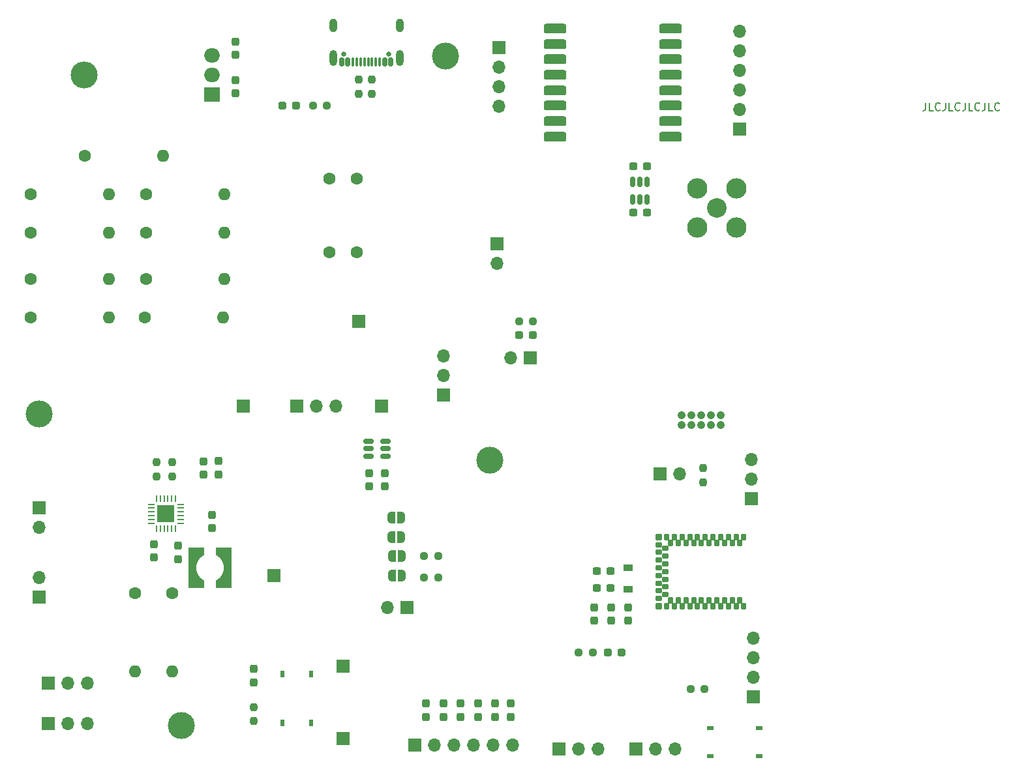
<source format=gts>
G04 #@! TF.GenerationSoftware,KiCad,Pcbnew,8.0.2-8.0.2-0~ubuntu20.04.1*
G04 #@! TF.CreationDate,2024-05-16T16:26:20-07:00*
G04 #@! TF.ProjectId,cpm_proj,63706d5f-7072-46f6-9a2e-6b696361645f,rev?*
G04 #@! TF.SameCoordinates,Original*
G04 #@! TF.FileFunction,Soldermask,Top*
G04 #@! TF.FilePolarity,Negative*
%FSLAX46Y46*%
G04 Gerber Fmt 4.6, Leading zero omitted, Abs format (unit mm)*
G04 Created by KiCad (PCBNEW 8.0.2-8.0.2-0~ubuntu20.04.1) date 2024-05-16 16:26:20*
%MOMM*%
%LPD*%
G01*
G04 APERTURE LIST*
G04 Aperture macros list*
%AMRoundRect*
0 Rectangle with rounded corners*
0 $1 Rounding radius*
0 $2 $3 $4 $5 $6 $7 $8 $9 X,Y pos of 4 corners*
0 Add a 4 corners polygon primitive as box body*
4,1,4,$2,$3,$4,$5,$6,$7,$8,$9,$2,$3,0*
0 Add four circle primitives for the rounded corners*
1,1,$1+$1,$2,$3*
1,1,$1+$1,$4,$5*
1,1,$1+$1,$6,$7*
1,1,$1+$1,$8,$9*
0 Add four rect primitives between the rounded corners*
20,1,$1+$1,$2,$3,$4,$5,0*
20,1,$1+$1,$4,$5,$6,$7,0*
20,1,$1+$1,$6,$7,$8,$9,0*
20,1,$1+$1,$8,$9,$2,$3,0*%
%AMFreePoly0*
4,1,19,0.000000,0.744911,0.071157,0.744911,0.207708,0.704816,0.327430,0.627875,0.420627,0.520320,0.479746,0.390866,0.500000,0.250000,0.500000,-0.250000,0.479746,-0.390866,0.420627,-0.520320,0.327430,-0.627875,0.207708,-0.704816,0.071157,-0.744911,0.000000,-0.744911,0.000000,-0.750000,-0.500000,-0.750000,-0.500000,0.750000,0.000000,0.750000,0.000000,0.744911,0.000000,0.744911,
$1*%
%AMFreePoly1*
4,1,19,0.500000,-0.750000,0.000000,-0.750000,0.000000,-0.744911,-0.071157,-0.744911,-0.207708,-0.704816,-0.327430,-0.627875,-0.420627,-0.520320,-0.479746,-0.390866,-0.500000,-0.250000,-0.500000,0.250000,-0.479746,0.390866,-0.420627,0.520320,-0.327430,0.627875,-0.207708,0.704816,-0.071157,0.744911,0.000000,0.744911,0.000000,0.750000,0.500000,0.750000,0.500000,-0.750000,0.500000,-0.750000,
$1*%
%AMFreePoly2*
4,1,18,1.539298,1.666124,1.284085,1.499472,1.010804,1.275196,0.786528,1.001915,0.619876,0.690131,0.517252,0.351826,0.536000,0.000000,0.517252,-0.351826,0.619876,-0.690131,0.786528,-1.001915,1.010804,-1.275196,1.284085,-1.499472,1.539298,-1.666124,1.539298,-2.654300,-0.467302,-2.654300,-0.467302,2.654300,1.539298,2.654300,1.539298,1.666124,1.539298,1.666124,$1*%
%AMFreePoly3*
4,1,18,0.467302,-2.654300,-1.539298,-2.654300,-1.539298,-1.666124,-1.284085,-1.499472,-1.010804,-1.275196,-0.786528,-1.001915,-0.619876,-0.690131,-0.517252,-0.351826,-0.536000,0.000000,-0.517252,0.351826,-0.619876,0.690131,-0.786528,1.001915,-1.010804,1.275196,-1.284085,1.499472,-1.539298,1.666124,-1.539298,2.654300,0.467302,2.654300,0.467302,-2.654300,0.467302,-2.654300,$1*%
G04 Aperture macros list end*
%ADD10C,0.150000*%
%ADD11RoundRect,0.237500X-0.250000X-0.237500X0.250000X-0.237500X0.250000X0.237500X-0.250000X0.237500X0*%
%ADD12FreePoly0,0.000000*%
%ADD13FreePoly1,0.000000*%
%ADD14RoundRect,0.237500X0.237500X-0.300000X0.237500X0.300000X-0.237500X0.300000X-0.237500X-0.300000X0*%
%ADD15R,1.700000X1.700000*%
%ADD16O,1.700000X1.700000*%
%ADD17C,1.600000*%
%ADD18O,1.600000X1.600000*%
%ADD19O,2.000000X1.905000*%
%ADD20R,2.000000X1.905000*%
%ADD21O,3.500000X3.500000*%
%ADD22RoundRect,0.237500X-0.287500X-0.237500X0.287500X-0.237500X0.287500X0.237500X-0.287500X0.237500X0*%
%ADD23RoundRect,0.317500X-1.157500X-0.317500X1.157500X-0.317500X1.157500X0.317500X-1.157500X0.317500X0*%
%ADD24RoundRect,0.150000X-0.150000X0.512500X-0.150000X-0.512500X0.150000X-0.512500X0.150000X0.512500X0*%
%ADD25RoundRect,0.237500X0.300000X0.237500X-0.300000X0.237500X-0.300000X-0.237500X0.300000X-0.237500X0*%
%ADD26R,0.558800X0.952500*%
%ADD27RoundRect,0.237500X0.237500X-0.250000X0.237500X0.250000X-0.237500X0.250000X-0.237500X-0.250000X0*%
%ADD28FreePoly2,180.000000*%
%ADD29FreePoly3,180.000000*%
%ADD30RoundRect,0.237500X0.287500X0.237500X-0.287500X0.237500X-0.287500X-0.237500X0.287500X-0.237500X0*%
%ADD31RoundRect,0.237500X-0.237500X0.250000X-0.237500X-0.250000X0.237500X-0.250000X0.237500X0.250000X0*%
%ADD32RoundRect,0.150000X0.512500X0.150000X-0.512500X0.150000X-0.512500X-0.150000X0.512500X-0.150000X0*%
%ADD33C,2.540000*%
%ADD34C,2.640000*%
%ADD35RoundRect,0.237500X-0.237500X0.300000X-0.237500X-0.300000X0.237500X-0.300000X0.237500X0.300000X0*%
%ADD36R,2.300000X2.300000*%
%ADD37RoundRect,0.062500X-0.062500X-0.375000X0.062500X-0.375000X0.062500X0.375000X-0.062500X0.375000X0*%
%ADD38RoundRect,0.062500X-0.375000X-0.062500X0.375000X-0.062500X0.375000X0.062500X-0.375000X0.062500X0*%
%ADD39R,1.295400X0.965200*%
%ADD40C,1.050000*%
%ADD41R,0.952500X0.558800*%
%ADD42O,1.000000X1.800000*%
%ADD43O,1.000000X2.100000*%
%ADD44RoundRect,0.075000X0.075000X0.500000X-0.075000X0.500000X-0.075000X-0.500000X0.075000X-0.500000X0*%
%ADD45RoundRect,0.150000X0.150000X0.425000X-0.150000X0.425000X-0.150000X-0.425000X0.150000X-0.425000X0*%
%ADD46C,0.650000*%
%ADD47RoundRect,0.237500X0.237500X-0.287500X0.237500X0.287500X-0.237500X0.287500X-0.237500X-0.287500X0*%
%ADD48RoundRect,0.100000X-0.200000X-0.300000X0.200000X-0.300000X0.200000X0.300000X-0.200000X0.300000X0*%
%ADD49RoundRect,0.100000X-0.300000X-0.300000X0.300000X-0.300000X0.300000X0.300000X-0.300000X0.300000X0*%
%ADD50RoundRect,0.100000X-0.300000X-0.200000X0.300000X-0.200000X0.300000X0.200000X-0.300000X0.200000X0*%
%ADD51RoundRect,0.237500X0.250000X0.237500X-0.250000X0.237500X-0.250000X-0.237500X0.250000X-0.237500X0*%
%ADD52C,3.500000*%
G04 APERTURE END LIST*
D10*
X181622493Y-53619819D02*
X181622493Y-54334104D01*
X181622493Y-54334104D02*
X181574874Y-54476961D01*
X181574874Y-54476961D02*
X181479636Y-54572200D01*
X181479636Y-54572200D02*
X181336779Y-54619819D01*
X181336779Y-54619819D02*
X181241541Y-54619819D01*
X182574874Y-54619819D02*
X182098684Y-54619819D01*
X182098684Y-54619819D02*
X182098684Y-53619819D01*
X183479636Y-54524580D02*
X183432017Y-54572200D01*
X183432017Y-54572200D02*
X183289160Y-54619819D01*
X183289160Y-54619819D02*
X183193922Y-54619819D01*
X183193922Y-54619819D02*
X183051065Y-54572200D01*
X183051065Y-54572200D02*
X182955827Y-54476961D01*
X182955827Y-54476961D02*
X182908208Y-54381723D01*
X182908208Y-54381723D02*
X182860589Y-54191247D01*
X182860589Y-54191247D02*
X182860589Y-54048390D01*
X182860589Y-54048390D02*
X182908208Y-53857914D01*
X182908208Y-53857914D02*
X182955827Y-53762676D01*
X182955827Y-53762676D02*
X183051065Y-53667438D01*
X183051065Y-53667438D02*
X183193922Y-53619819D01*
X183193922Y-53619819D02*
X183289160Y-53619819D01*
X183289160Y-53619819D02*
X183432017Y-53667438D01*
X183432017Y-53667438D02*
X183479636Y-53715057D01*
X184193922Y-53619819D02*
X184193922Y-54334104D01*
X184193922Y-54334104D02*
X184146303Y-54476961D01*
X184146303Y-54476961D02*
X184051065Y-54572200D01*
X184051065Y-54572200D02*
X183908208Y-54619819D01*
X183908208Y-54619819D02*
X183812970Y-54619819D01*
X185146303Y-54619819D02*
X184670113Y-54619819D01*
X184670113Y-54619819D02*
X184670113Y-53619819D01*
X186051065Y-54524580D02*
X186003446Y-54572200D01*
X186003446Y-54572200D02*
X185860589Y-54619819D01*
X185860589Y-54619819D02*
X185765351Y-54619819D01*
X185765351Y-54619819D02*
X185622494Y-54572200D01*
X185622494Y-54572200D02*
X185527256Y-54476961D01*
X185527256Y-54476961D02*
X185479637Y-54381723D01*
X185479637Y-54381723D02*
X185432018Y-54191247D01*
X185432018Y-54191247D02*
X185432018Y-54048390D01*
X185432018Y-54048390D02*
X185479637Y-53857914D01*
X185479637Y-53857914D02*
X185527256Y-53762676D01*
X185527256Y-53762676D02*
X185622494Y-53667438D01*
X185622494Y-53667438D02*
X185765351Y-53619819D01*
X185765351Y-53619819D02*
X185860589Y-53619819D01*
X185860589Y-53619819D02*
X186003446Y-53667438D01*
X186003446Y-53667438D02*
X186051065Y-53715057D01*
X186765351Y-53619819D02*
X186765351Y-54334104D01*
X186765351Y-54334104D02*
X186717732Y-54476961D01*
X186717732Y-54476961D02*
X186622494Y-54572200D01*
X186622494Y-54572200D02*
X186479637Y-54619819D01*
X186479637Y-54619819D02*
X186384399Y-54619819D01*
X187717732Y-54619819D02*
X187241542Y-54619819D01*
X187241542Y-54619819D02*
X187241542Y-53619819D01*
X188622494Y-54524580D02*
X188574875Y-54572200D01*
X188574875Y-54572200D02*
X188432018Y-54619819D01*
X188432018Y-54619819D02*
X188336780Y-54619819D01*
X188336780Y-54619819D02*
X188193923Y-54572200D01*
X188193923Y-54572200D02*
X188098685Y-54476961D01*
X188098685Y-54476961D02*
X188051066Y-54381723D01*
X188051066Y-54381723D02*
X188003447Y-54191247D01*
X188003447Y-54191247D02*
X188003447Y-54048390D01*
X188003447Y-54048390D02*
X188051066Y-53857914D01*
X188051066Y-53857914D02*
X188098685Y-53762676D01*
X188098685Y-53762676D02*
X188193923Y-53667438D01*
X188193923Y-53667438D02*
X188336780Y-53619819D01*
X188336780Y-53619819D02*
X188432018Y-53619819D01*
X188432018Y-53619819D02*
X188574875Y-53667438D01*
X188574875Y-53667438D02*
X188622494Y-53715057D01*
X189336780Y-53619819D02*
X189336780Y-54334104D01*
X189336780Y-54334104D02*
X189289161Y-54476961D01*
X189289161Y-54476961D02*
X189193923Y-54572200D01*
X189193923Y-54572200D02*
X189051066Y-54619819D01*
X189051066Y-54619819D02*
X188955828Y-54619819D01*
X190289161Y-54619819D02*
X189812971Y-54619819D01*
X189812971Y-54619819D02*
X189812971Y-53619819D01*
X191193923Y-54524580D02*
X191146304Y-54572200D01*
X191146304Y-54572200D02*
X191003447Y-54619819D01*
X191003447Y-54619819D02*
X190908209Y-54619819D01*
X190908209Y-54619819D02*
X190765352Y-54572200D01*
X190765352Y-54572200D02*
X190670114Y-54476961D01*
X190670114Y-54476961D02*
X190622495Y-54381723D01*
X190622495Y-54381723D02*
X190574876Y-54191247D01*
X190574876Y-54191247D02*
X190574876Y-54048390D01*
X190574876Y-54048390D02*
X190622495Y-53857914D01*
X190622495Y-53857914D02*
X190670114Y-53762676D01*
X190670114Y-53762676D02*
X190765352Y-53667438D01*
X190765352Y-53667438D02*
X190908209Y-53619819D01*
X190908209Y-53619819D02*
X191003447Y-53619819D01*
X191003447Y-53619819D02*
X191146304Y-53667438D01*
X191146304Y-53667438D02*
X191193923Y-53715057D01*
D11*
X116500000Y-112500000D03*
X118325000Y-112500000D03*
X116500000Y-115250000D03*
X118325000Y-115250000D03*
D12*
X113650000Y-112500000D03*
D13*
X112350000Y-112500000D03*
D14*
X121250000Y-133362500D03*
X121250000Y-131637500D03*
D15*
X119000000Y-91540000D03*
D16*
X119000000Y-89000000D03*
X119000000Y-86460000D03*
D15*
X157500000Y-57000000D03*
D16*
X157500000Y-54460000D03*
X157500000Y-51920000D03*
X157500000Y-49380000D03*
X157500000Y-46840000D03*
X157500000Y-44300000D03*
D17*
X65420000Y-81500000D03*
D18*
X75580000Y-81500000D03*
D17*
X65420000Y-65500000D03*
D18*
X75580000Y-65500000D03*
D17*
X65420000Y-70500000D03*
D18*
X75580000Y-70500000D03*
D11*
X151087500Y-129750000D03*
X152912500Y-129750000D03*
D14*
X119000000Y-133362500D03*
X119000000Y-131637500D03*
D17*
X80230000Y-81500000D03*
D18*
X90390000Y-81500000D03*
D14*
X89800000Y-101862500D03*
X89800000Y-100137500D03*
D17*
X107750000Y-73000000D03*
X104250000Y-73000000D03*
D15*
X147125000Y-101800000D03*
D16*
X149665000Y-101800000D03*
D19*
X89000000Y-47420000D03*
X89000000Y-49960000D03*
D20*
X89000000Y-52500000D03*
D21*
X72340000Y-49960000D03*
D15*
X106000000Y-126800000D03*
X143975000Y-137500000D03*
D16*
X146515000Y-137500000D03*
X149055000Y-137500000D03*
D17*
X65420000Y-76500000D03*
D18*
X75580000Y-76500000D03*
D22*
X128875000Y-83750000D03*
X130625000Y-83750000D03*
D15*
X159250000Y-130750000D03*
D16*
X159250000Y-128210000D03*
X159250000Y-125670000D03*
X159250000Y-123130000D03*
D17*
X107750000Y-63450000D03*
X104250000Y-63450000D03*
D23*
X133475000Y-44000000D03*
X133475000Y-46000000D03*
X133475000Y-48000000D03*
X133475000Y-50000000D03*
X133475000Y-52000000D03*
X133475000Y-54000000D03*
X133475000Y-56000000D03*
X133475000Y-58000000D03*
X148525000Y-58000000D03*
X148525000Y-56000000D03*
X148525000Y-54000000D03*
X148525000Y-52000000D03*
X148525000Y-50000000D03*
X148525000Y-48000000D03*
X148525000Y-46000000D03*
X148525000Y-44000000D03*
D17*
X79000000Y-117320000D03*
D18*
X79000000Y-127480000D03*
D24*
X145450000Y-63862500D03*
X144500000Y-63862500D03*
X143550000Y-63862500D03*
X143550000Y-66137500D03*
X144500000Y-66137500D03*
X145450000Y-66137500D03*
D25*
X145412500Y-67862500D03*
X143687500Y-67862500D03*
D26*
X101854200Y-127818650D03*
X101854200Y-134181350D03*
X98145800Y-127818650D03*
X98145800Y-134181350D03*
D14*
X123500000Y-133362500D03*
X123500000Y-131637500D03*
D17*
X80420000Y-70500000D03*
D18*
X90580000Y-70500000D03*
D17*
X80420000Y-65500000D03*
D18*
X90580000Y-65500000D03*
D15*
X114275000Y-119200000D03*
D16*
X111735000Y-119200000D03*
D25*
X145412500Y-61862500D03*
X143687500Y-61862500D03*
D27*
X83800000Y-102112500D03*
X83800000Y-100287500D03*
D14*
X84600000Y-112862500D03*
X84600000Y-111137500D03*
D13*
X112350000Y-115000000D03*
D12*
X113650000Y-115000000D03*
D28*
X91000000Y-114000000D03*
D29*
X86428000Y-114000000D03*
D27*
X152750000Y-102912500D03*
X152750000Y-101087500D03*
D30*
X99875000Y-54000000D03*
X98125000Y-54000000D03*
D15*
X66500000Y-106225000D03*
D16*
X66500000Y-108765000D03*
D15*
X66500000Y-117775000D03*
D16*
X66500000Y-115235000D03*
D31*
X108000000Y-50587500D03*
X108000000Y-52412500D03*
D15*
X133975000Y-137500000D03*
D16*
X136515000Y-137500000D03*
X139055000Y-137500000D03*
D17*
X83800000Y-117320000D03*
D18*
X83800000Y-127480000D03*
D32*
X111525000Y-99500000D03*
X111525000Y-98550000D03*
X111525000Y-97600000D03*
X109250000Y-97600000D03*
X109250000Y-98550000D03*
X109250000Y-99500000D03*
D15*
X93000000Y-93000000D03*
X67725000Y-129000000D03*
D16*
X70265000Y-129000000D03*
X72805000Y-129000000D03*
D14*
X81400000Y-112662500D03*
X81400000Y-110937500D03*
D15*
X97000000Y-115000000D03*
D25*
X140662500Y-114400000D03*
X138937500Y-114400000D03*
D33*
X154500000Y-67250000D03*
D34*
X151960000Y-64710000D03*
X151960000Y-69790000D03*
X157040000Y-64710000D03*
X157040000Y-69790000D03*
D14*
X92000000Y-47362500D03*
X92000000Y-45637500D03*
D13*
X112250000Y-110000000D03*
D12*
X113550000Y-110000000D03*
D15*
X126000000Y-71925000D03*
D16*
X126000000Y-74465000D03*
D15*
X106000000Y-136200000D03*
D25*
X140662500Y-116600000D03*
X138937500Y-116600000D03*
D35*
X89000000Y-107137500D03*
X89000000Y-108862500D03*
D31*
X94400000Y-132087500D03*
X94400000Y-133912500D03*
D14*
X116750000Y-133362500D03*
X116750000Y-131637500D03*
D35*
X143000000Y-119137500D03*
X143000000Y-120862500D03*
D17*
X72420000Y-60500000D03*
D18*
X82580000Y-60500000D03*
D22*
X140375000Y-125000000D03*
X142125000Y-125000000D03*
D15*
X115300000Y-137000000D03*
D16*
X117840000Y-137000000D03*
X120380000Y-137000000D03*
X122920000Y-137000000D03*
X125460000Y-137000000D03*
X128000000Y-137000000D03*
D36*
X83000000Y-107000000D03*
D37*
X81750000Y-105062500D03*
X82250000Y-105062500D03*
X82750000Y-105062500D03*
X83250000Y-105062500D03*
X83750000Y-105062500D03*
X84250000Y-105062500D03*
D38*
X84937500Y-105750000D03*
X84937500Y-106250000D03*
X84937500Y-106750000D03*
X84937500Y-107250000D03*
X84937500Y-107750000D03*
X84937500Y-108250000D03*
D37*
X84250000Y-108937500D03*
X83750000Y-108937500D03*
X83250000Y-108937500D03*
X82750000Y-108937500D03*
X82250000Y-108937500D03*
X81750000Y-108937500D03*
D38*
X81062500Y-108250000D03*
X81062500Y-107750000D03*
X81062500Y-107250000D03*
X81062500Y-106750000D03*
X81062500Y-106250000D03*
X81062500Y-105750000D03*
D39*
X143000000Y-116771600D03*
X143000000Y-114028400D03*
D11*
X102087500Y-54000000D03*
X103912500Y-54000000D03*
D31*
X109750000Y-50587500D03*
X109750000Y-52412500D03*
D27*
X81800000Y-102112500D03*
X81800000Y-100287500D03*
D35*
X140800000Y-119137500D03*
X140800000Y-120862500D03*
X138600000Y-119137500D03*
X138600000Y-120862500D03*
D15*
X130275000Y-86750000D03*
D16*
X127735000Y-86750000D03*
D15*
X111000000Y-93000000D03*
D40*
X149920000Y-95500000D03*
X149920000Y-94230000D03*
X151190000Y-95500000D03*
X151190000Y-94230000D03*
X152460000Y-95500000D03*
X152460000Y-94230000D03*
X153730000Y-95500000D03*
X153730000Y-94230000D03*
X155000000Y-95500000D03*
X155000000Y-94230000D03*
D13*
X112250000Y-107500000D03*
D12*
X113550000Y-107500000D03*
D11*
X128837500Y-82000000D03*
X130662500Y-82000000D03*
D15*
X67725000Y-134250000D03*
D16*
X70265000Y-134250000D03*
X72805000Y-134250000D03*
D41*
X153637300Y-134791600D03*
X160000000Y-134791600D03*
X153637300Y-138500000D03*
X160000000Y-138500000D03*
D14*
X127750000Y-133362500D03*
X127750000Y-131637500D03*
D17*
X80420000Y-76500000D03*
D18*
X90580000Y-76500000D03*
D42*
X104680000Y-43585000D03*
D43*
X104680000Y-47765000D03*
D42*
X113320000Y-43585000D03*
D43*
X113320000Y-47765000D03*
D44*
X110750000Y-48340000D03*
X109750000Y-48340000D03*
X108250000Y-48340000D03*
X107250000Y-48340000D03*
D45*
X105800000Y-48340000D03*
X106600000Y-48340000D03*
D44*
X107750000Y-48340000D03*
X108750000Y-48340000D03*
X109250000Y-48340000D03*
X110250000Y-48340000D03*
D45*
X111400000Y-48340000D03*
X112200000Y-48340000D03*
D46*
X106110000Y-47265000D03*
X111890000Y-47265000D03*
D47*
X94400000Y-128875000D03*
X94400000Y-127125000D03*
D15*
X159000000Y-105000000D03*
D16*
X159000000Y-102460000D03*
X159000000Y-99920000D03*
D15*
X100000000Y-93000000D03*
D16*
X102540000Y-93000000D03*
X105080000Y-93000000D03*
D48*
X158000000Y-110000000D03*
X157500000Y-110800000D03*
X157000000Y-110000000D03*
X156500000Y-110800000D03*
X156000000Y-110000000D03*
X155500000Y-110800000D03*
X155000000Y-110000000D03*
X154500000Y-110800000D03*
X154000000Y-110000000D03*
X153500000Y-110800000D03*
X153000000Y-110000000D03*
X152500000Y-110800000D03*
X152000000Y-110000000D03*
X151500000Y-110800000D03*
X151000000Y-110000000D03*
X150500000Y-110800000D03*
X150000000Y-110000000D03*
X149500000Y-110800000D03*
X149000000Y-110000000D03*
X148500000Y-110800000D03*
X148000000Y-110000000D03*
D49*
X147000000Y-110000000D03*
D50*
X147000000Y-111000000D03*
X147800000Y-111500000D03*
X147000000Y-112000000D03*
X147800000Y-112500000D03*
X147000000Y-113000000D03*
X147800000Y-113500000D03*
X147000000Y-114000000D03*
X147800000Y-114500000D03*
X147000000Y-115000000D03*
X147800000Y-115500000D03*
X147000000Y-116000000D03*
X147800000Y-116500000D03*
X147000000Y-117000000D03*
X147800000Y-117500000D03*
X147000000Y-118000000D03*
D49*
X147000000Y-119000000D03*
D48*
X148000000Y-119000000D03*
X148500000Y-118200000D03*
X149000000Y-119000000D03*
X149500000Y-118200000D03*
X150000000Y-119000000D03*
X150500000Y-118200000D03*
X151000000Y-119000000D03*
X151500000Y-118200000D03*
X152000000Y-119000000D03*
X152500000Y-118200000D03*
X153000000Y-119000000D03*
X153500000Y-118200000D03*
X154000000Y-119000000D03*
X154500000Y-118200000D03*
X155000000Y-119000000D03*
X155500000Y-118200000D03*
X156000000Y-119000000D03*
X156500000Y-118200000D03*
X157000000Y-119000000D03*
X157500000Y-118200000D03*
X158000000Y-119000000D03*
D35*
X111387500Y-101687500D03*
X111387500Y-103412500D03*
D15*
X126250000Y-46420000D03*
D16*
X126250000Y-48960000D03*
X126250000Y-51500000D03*
X126250000Y-54040000D03*
D15*
X108000000Y-82000000D03*
D35*
X92000000Y-50637500D03*
X92000000Y-52362500D03*
D14*
X125750000Y-133362500D03*
X125750000Y-131637500D03*
D51*
X138412500Y-125000000D03*
X136587500Y-125000000D03*
D14*
X87850000Y-101912500D03*
X87850000Y-100187500D03*
D35*
X109387500Y-101687500D03*
X109387500Y-103412500D03*
D52*
X125000000Y-100000000D03*
X85000000Y-134500000D03*
X66500000Y-94000000D03*
X119250000Y-47500000D03*
M02*

</source>
